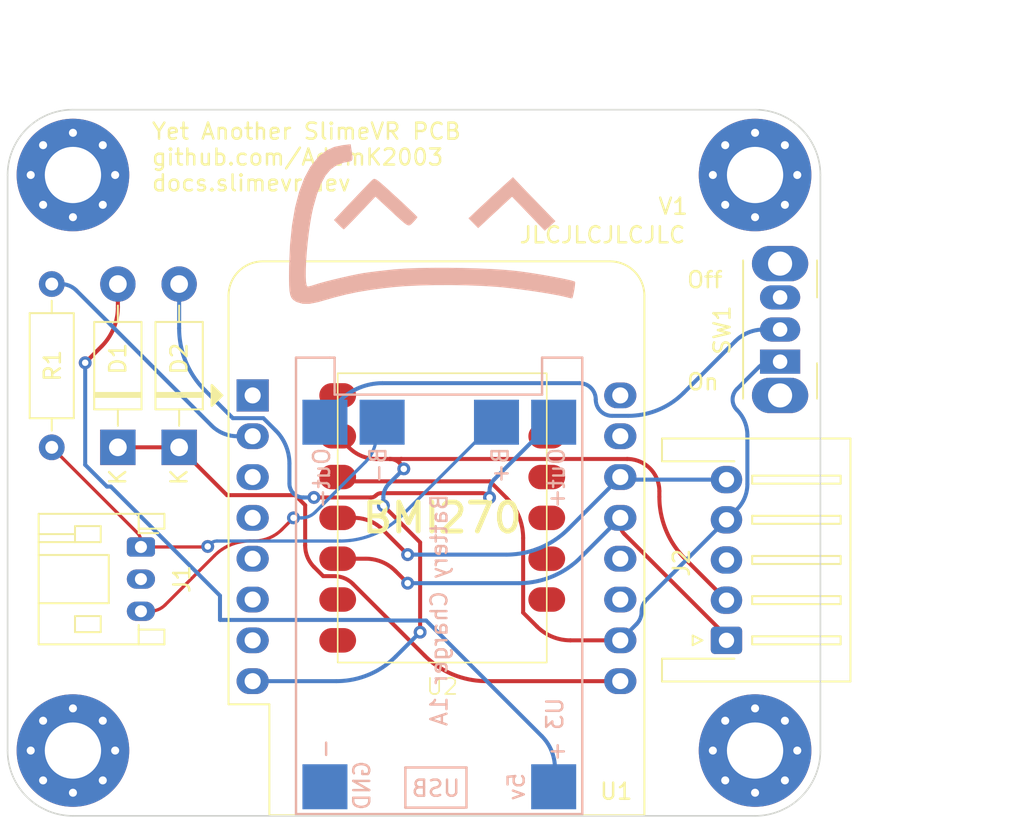
<source format=kicad_pcb>
(kicad_pcb (version 20240108) (generator "pcbnew") (generator_version "8.0")
  (layers (0 "F.Cu" signal) (31 "B.Cu" signal) (34 "B.Paste" user) (35 "F.Paste" user) (36 "B.SilkS" user "B.Silkscreen") (37 "F.SilkS" user "F.Silkscreen") (38 "B.Mask" user) (39 "F.Mask" user) (44 "Edge.Cuts" user))
  (net 0 "")
  (net 1 "/5V")
  (net 2 "Net-(D1-A)")
  (net 3 "Net-(D2-A)")
  (net 4 "/Batt+")
  (net 6 "/Batt-")
  (net 7 "/SDA")
  (net 8 "/3V3")
  (net 10 "/GND")
  (net 11 "/SCL")
  (net 12 "/BattSense")
  (net 13 "Net-(SW1A-B)")
  (footprint "MountingHole:MountingHole_3.5mm_Pad_Via" (layer "F.Cu") (at 105.918 100.838)
    (property "Reference" "REF**" (hide yes))
    (property "Value" "MountingHole_3.5mm_Pad_Via" (hide yes))
    (pad "1" thru_hole circle (at -2.625 0) (size 0.8 0.8) (drill 0.5) (layers "*.Cu" "*.Mask"))
    (pad "1" thru_hole circle (at -1.856155 -1.856155) (size 0.8 0.8) (drill 0.5) (layers "*.Cu" "*.Mask"))
    (pad "1" thru_hole circle (at -1.856155 1.856155) (size 0.8 0.8) (drill 0.5) (layers "*.Cu" "*.Mask"))
    (pad "1" thru_hole circle (at 0 -2.625) (size 0.8 0.8) (drill 0.5) (layers "*.Cu" "*.Mask"))
    (pad "1" thru_hole circle (at 0 0) (size 7 7) (drill 3.5) (layers "*.Cu" "*.Mask"))
    (pad "1" thru_hole circle (at 0 2.625) (size 0.8 0.8) (drill 0.5) (layers "*.Cu" "*.Mask"))
    (pad "1" thru_hole circle (at 1.856155 -1.856155) (size 0.8 0.8) (drill 0.5) (layers "*.Cu" "*.Mask"))
    (pad "1" thru_hole circle (at 1.856155 1.856155) (size 0.8 0.8) (drill 0.5) (layers "*.Cu" "*.Mask"))
    (pad "1" thru_hole circle (at 2.625 0) (size 0.8 0.8) (drill 0.5) (layers "*.Cu" "*.Mask"))
  )
  (footprint "Diode_THT:D_DO-41_SOD81_P10.16mm_Horizontal" (layer "F.Cu") (at 66.294 81.97 90)
    (property "Reference" "D1" (at 5.516 0 -90) (layer "F.SilkS"))
    (property "Value" "1N5817")
    (fp_line (start 7.8 -1.47) (end 2.36 -1.47) (stroke (width 0.12)) (layer "F.SilkS"))
    (fp_line (start 3.38 -1.47) (end 3.38 1.47) (stroke (width 0.12)) (layer "F.SilkS"))
    (fp_line (start 3.26 -1.47) (end 3.26 1.47) (stroke (width 0.12)) (layer "F.SilkS"))
    (fp_line (start 3.14 -1.47) (end 3.14 1.47) (stroke (width 0.12)) (layer "F.SilkS"))
    (fp_line (start 2.36 -1.47) (end 2.36 1.47) (stroke (width 0.12)) (layer "F.SilkS"))
    (fp_line (start 8.82 0) (end 7.8 0) (stroke (width 0.12)) (layer "F.SilkS"))
    (fp_line (start 1.34 0) (end 2.36 0) (stroke (width 0.12)) (layer "F.SilkS"))
    (fp_line (start 7.8 1.47) (end 7.8 -1.47) (stroke (width 0.12)) (layer "F.SilkS"))
    (fp_line (start 2.36 1.47) (end 7.8 1.47) (stroke (width 0.12)) (layer "F.SilkS"))
    (fp_text user "K" (at -1.85 0 -90) (layer "F.SilkS"))
    (pad "1" thru_hole rect (at 0 0 90) (size 2.2 2.2) (drill 1.1) (layers "*.Cu" "*.Mask") (net 1 "/5V"))
    (pad "2" thru_hole oval (at 10.16 0 90) (size 2.2 2.2) (drill 1.1) (layers "*.Cu" "*.Mask") (net 2 "Net-(D1-A)"))
  )
  (footprint "Connector_JST:JST_PH_S3B-PH-K_1x03_P2.00mm_Horizontal" (layer "F.Cu") (at 67.728 88.17 -90)
    (property "Reference" "J1" (at 2 -2.55 90) (layer "F.SilkS"))
    (property "Value" "Batt")
    (fp_line (start -2.06 6.36) (end 6.06 6.36) (stroke (width 0.12)) (layer "F.SilkS"))
    (fp_line (start 0.5 6.36) (end 0.5 2) (stroke (width 0.12)) (layer "F.SilkS"))
    (fp_line (start 6.06 6.36) (end 6.06 -1.46) (stroke (width 0.12)) (layer "F.SilkS"))
    (fp_line (start -1.3 4.1) (end -0.3 4.1) (stroke (width 0.12)) (layer "F.SilkS"))
    (fp_line (start -0.8 4.1) (end -0.8 6.36) (stroke (width 0.12)) (layer "F.SilkS"))
    (fp_line (start -0.3 4.1) (end -0.3 6.36) (stroke (width 0.12)) (layer "F.SilkS"))
    (fp_line (start -0.3 4.1) (end -0.3 2.5) (stroke (width 0.12)) (layer "F.SilkS"))
    (fp_line (start 4.3 4.1) (end 4.3 2.5) (stroke (width 0.12)) (layer "F.SilkS"))
    (fp_line (start 5.3 4.1) (end 4.3 4.1) (stroke (width 0.12)) (layer "F.SilkS"))
    (fp_line (start -1.3 2.5) (end -1.3 4.1) (stroke (width 0.12)) (layer "F.SilkS"))
    (fp_line (start -0.3 2.5) (end -1.3 2.5) (stroke (width 0.12)) (layer "F.SilkS"))
    (fp_line (start 4.3 2.5) (end 5.3 2.5) (stroke (width 0.12)) (layer "F.SilkS"))
    (fp_line (start 5.3 2.5) (end 5.3 4.1) (stroke (width 0.12)) (layer "F.SilkS"))
    (fp_line (start 0.5 2) (end 3.5 2) (stroke (width 0.12)) (layer "F.SilkS"))
    (fp_line (start 3.5 2) (end 3.5 6.36) (stroke (width 0.12)) (layer "F.SilkS"))
    (fp_line (start -2.06 0.14) (end -1.14 0.14) (stroke (width 0.12)) (layer "F.SilkS"))
    (fp_line (start -1.14 0.14) (end -1.14 -1.46) (stroke (width 0.12)) (layer "F.SilkS"))
    (fp_line (start -0.86 0.14) (end -1.14 0.14) (stroke (width 0.12)) (layer "F.SilkS"))
    (fp_line (start -0.86 0.14) (end -0.86 -1.075) (stroke (width 0.12)) (layer "F.SilkS"))
    (fp_line (start 5.14 0.14) (end 4.86 0.14) (stroke (width 0.12)) (layer "F.SilkS"))
    (fp_line (start 6.06 0.14) (end 5.14 0.14) (stroke (width 0.12)) (layer "F.SilkS"))
    (fp_line (start -2.06 -1.46) (end -2.06 6.36) (stroke (width 0.12)) (layer "F.SilkS"))
    (fp_line (start -1.14 -1.46) (end -2.06 -1.46) (stroke (width 0.12)) (layer "F.SilkS"))
    (fp_line (start 5.14 -1.46) (end 5.14 0.14) (stroke (width 0.12)) (layer "F.SilkS"))
    (fp_line (start 6.06 -1.46) (end 5.14 -1.46) (stroke (width 0.12)) (layer "F.SilkS"))
    (pad "1" thru_hole roundrect (at 0 0 270) (size 1.2 1.75) (drill 0.75) (layers "*.Cu" "*.Mask") (roundrect_rratio 0.2083333333) (net 4 "/Batt+"))
    (pad "2" thru_hole oval (at 2 0 270) (size 1.2 1.75) (drill 0.75) (layers "*.Cu" "*.Mask"))
    (pad "3" thru_hole oval (at 4 0 270) (size 1.2 1.75) (drill 0.75) (layers "*.Cu" "*.Mask") (net 6 "/Batt-"))
  )
  (footprint "MountingHole:MountingHole_3.5mm_Pad_Via" (layer "F.Cu") (at 105.918 65.024)
    (property "Reference" "REF**" (hide yes))
    (property "Value" "MountingHole_3.5mm_Pad_Via" (hide yes))
    (pad "1" thru_hole circle (at -2.625 0) (size 0.8 0.8) (drill 0.5) (layers "*.Cu" "*.Mask"))
    (pad "1" thru_hole circle (at -1.856155 -1.856155) (size 0.8 0.8) (drill 0.5) (layers "*.Cu" "*.Mask"))
    (pad "1" thru_hole circle (at -1.856155 1.856155) (size 0.8 0.8) (drill 0.5) (layers "*.Cu" "*.Mask"))
    (pad "1" thru_hole circle (at 0 -2.625) (size 0.8 0.8) (drill 0.5) (layers "*.Cu" "*.Mask"))
    (pad "1" thru_hole circle (at 0 0) (size 7 7) (drill 3.5) (layers "*.Cu" "*.Mask"))
    (pad "1" thru_hole circle (at 0 2.625) (size 0.8 0.8) (drill 0.5) (layers "*.Cu" "*.Mask"))
    (pad "1" thru_hole circle (at 1.856155 -1.856155) (size 0.8 0.8) (drill 0.5) (layers "*.Cu" "*.Mask"))
    (pad "1" thru_hole circle (at 1.856155 1.856155) (size 0.8 0.8) (drill 0.5) (layers "*.Cu" "*.Mask"))
    (pad "1" thru_hole circle (at 2.625 0) (size 0.8 0.8) (drill 0.5) (layers "*.Cu" "*.Mask"))
  )
  (footprint "Custom:BMI270 KOUNOLAB DevBoard" (layer "F.Cu") (at 86.464 86.36)
    (property "Reference" "U2" (at 0 10.5 0) (layer "F.SilkS") (effects (font (thickness 0.1))))
    (property "Value" "~")
    (fp_rect (start -6.5 -9) (end 6.5 9) (stroke (width 0.1)) (fill none) (layer "F.SilkS"))
    (fp_text user "BMI270" (at 0 0 0) (layer "F.SilkS") (effects (font (size 1.8 1.8) (thickness 0.3) (bold yes))))
    (pad "1" smd oval (at -6.5 -7.62) (size 2.286 1.524) (layers "F.Cu" "F.Paste" "F.Mask"))
    (pad "2" smd oval (at -6.5 -5.08) (size 2.286 1.524) (layers "F.Cu" "F.Paste" "F.Mask") (net 8 "/3V3"))
    (pad "3" smd oval (at -6.5 -2.54) (size 2.286 1.524) (layers "F.Cu" "F.Paste" "F.Mask") (net 10 "/GND"))
    (pad "4" smd oval (at -6.5 0) (size 2.286 1.524) (layers "F.Cu" "F.Paste" "F.Mask") (net 11 "/SCL"))
    (pad "5" smd oval (at -6.5 2.54) (size 2.286 1.524) (layers "F.Cu" "F.Paste" "F.Mask") (net 7 "/SDA"))
    (pad "6" smd oval (at -6.5 5.08) (size 2.286 1.524) (layers "F.Cu" "F.Paste" "F.Mask"))
    (pad "7" smd oval (at -6.5 7.62) (size 2.286 1.524) (layers "F.Cu" "F.Paste" "F.Mask"))
    (pad "8" smd oval (at 6.5 -5.08) (size 2.286 1.524) (layers "F.Cu" "F.Paste" "F.Mask"))
    (pad "9" smd oval (at 6.5 -2.54) (size 2.286 1.524) (layers "F.Cu" "F.Paste" "F.Mask"))
    (pad "10" smd oval (at 6.5 0) (size 2.286 1.524) (layers "F.Cu" "F.Paste" "F.Mask"))
    (pad "11" smd oval (at 6.5 2.54) (size 2.286 1.524) (layers "F.Cu" "F.Paste" "F.Mask"))
    (pad "12" smd oval (at 6.5 5.08) (size 2.286 1.524) (layers "F.Cu" "F.Paste" "F.Mask"))
  )
  (footprint "Resistor_THT:R_Axial_DIN0207_L6.3mm_D2.5mm_P10.16mm_Horizontal" (layer "F.Cu") (at 62.1825 71.81 -90)
    (property "Reference" "R1" (at 5.08 -0.0475 90) (layer "F.SilkS"))
    (property "Value" "180K")
    (fp_line (start 1.81 1.37) (end 8.35 1.37) (stroke (width 0.12)) (layer "F.SilkS"))
    (fp_line (start 8.35 1.37) (end 8.35 -1.37) (stroke (width 0.12)) (layer "F.SilkS"))
    (fp_line (start 1.04 0) (end 1.81 0) (stroke (width 0.12)) (layer "F.SilkS"))
    (fp_line (start 9.12 0) (end 8.35 0) (stroke (width 0.12)) (layer "F.SilkS"))
    (fp_line (start 1.81 -1.37) (end 1.81 1.37) (stroke (width 0.12)) (layer "F.SilkS"))
    (fp_line (start 8.35 -1.37) (end 1.81 -1.37) (stroke (width 0.12)) (layer "F.SilkS"))
    (pad "1" thru_hole circle (at 0 0 270) (size 1.6 1.6) (drill 0.8) (layers "*.Cu" "*.Mask") (net 12 "/BattSense"))
    (pad "2" thru_hole oval (at 10.16 0 270) (size 1.6 1.6) (drill 0.8) (layers "*.Cu" "*.Mask") (net 4 "/Batt+"))
  )
  (footprint "MountingHole:MountingHole_3.5mm_Pad_Via" (layer "F.Cu") (at 63.5 100.838)
    (property "Reference" "REF**" (hide yes))
    (property "Value" "MountingHole_3.5mm_Pad_Via" (hide yes))
    (pad "1" thru_hole circle (at -2.625 0) (size 0.8 0.8) (drill 0.5) (layers "*.Cu" "*.Mask"))
    (pad "1" thru_hole circle (at -1.856155 -1.856155) (size 0.8 0.8) (drill 0.5) (layers "*.Cu" "*.Mask"))
    (pad "1" thru_hole circle (at -1.856155 1.856155) (size 0.8 0.8) (drill 0.5) (layers "*.Cu" "*.Mask"))
    (pad "1" thru_hole circle (at 0 -2.625) (size 0.8 0.8) (drill 0.5) (layers "*.Cu" "*.Mask"))
    (pad "1" thru_hole circle (at 0 0) (size 7 7) (drill 3.5) (layers "*.Cu" "*.Mask"))
    (pad "1" thru_hole circle (at 0 2.625) (size 0.8 0.8) (drill 0.5) (layers "*.Cu" "*.Mask"))
    (pad "1" thru_hole circle (at 1.856155 -1.856155) (size 0.8 0.8) (drill 0.5) (layers "*.Cu" "*.Mask"))
    (pad "1" thru_hole circle (at 1.856155 1.856155) (size 0.8 0.8) (drill 0.5) (layers "*.Cu" "*.Mask"))
    (pad "1" thru_hole circle (at 2.625 0) (size 0.8 0.8) (drill 0.5) (layers "*.Cu" "*.Mask"))
  )
  (footprint "Button_Switch_THT:SW_Slide_SPDT_Angled_CK_OS102011MA1Q" (layer "F.Cu") (at 107.474 76.64 90)
    (property "Reference" "SW1" (at 1.964 -3.6 -90) (layer "F.SilkS"))
    (property "Value" "Slide_DPDT_SS22D06")
    (fp_line (start -2.3 -2.3) (end 6.3 -2.3) (stroke (width 0.12)) (layer "F.SilkS"))
    (fp_line (start 4 2.3) (end 6.3 2.3) (stroke (width 0.12)) (layer "F.SilkS"))
    (fp_line (start -2.3 2.3) (end -0.1 2.3) (stroke (width 0.12)) (layer "F.SilkS"))
    (pad "" thru_hole oval (at -2.1 0 90) (size 2.2 3.5) (drill 1.5) (layers "*.Cu" "*.Mask"))
    (pad "" thru_hole oval (at 6.1 0 90) (size 2.2 3.5) (drill 1.5) (layers "*.Cu" "*.Mask"))
    (pad "1" thru_hole rect (at 0 0 90) (size 1.5 2.5) (drill 0.9) (layers "*.Cu" "*.Mask") (net 10 "/GND"))
    (pad "2" thru_hole oval (at 2 0 90) (size 1.5 2.5) (drill 0.9) (layers "*.Cu" "*.Mask") (net 13 "Net-(SW1A-B)"))
    (pad "3" thru_hole oval (at 4 0 90) (size 1.5 2.5) (drill 0.9) (layers "*.Cu" "*.Mask"))
  )
  (footprint "Connector_JST:JST_XH_S5B-XH-A-1_1x05_P2.50mm_Horizontal" (layer "F.Cu") (at 104.14 93.98 90)
    (property "Reference" "J2" (at 4.826 -2.794 90) (layer "F.SilkS"))
    (property "Value" "Aux")
    (fp_line (start 12.56 -4.01) (end 11.14 -4.01) (stroke (width 0.12)) (layer "F.SilkS"))
    (fp_line (start 11.14 -4.01) (end 11.14 0.49) (stroke (width 0.12)) (layer "F.SilkS"))
    (fp_line (start -1.14 -4.01) (end -1.14 0.49) (stroke (width 0.12)) (layer "F.SilkS"))
    (fp_line (start -2.56 -4.01) (end -1.14 -4.01) (stroke (width 0.12)) (layer "F.SilkS"))
    (fp_line (start 0.3 -2.1) (end 0 -1.5) (stroke (width 0.12)) (layer "F.SilkS"))
    (fp_line (start -0.3 -2.1) (end 0.3 -2.1) (stroke (width 0.12)) (layer "F.SilkS"))
    (fp_line (start 0 -1.5) (end -0.3 -2.1) (stroke (width 0.12)) (layer "F.SilkS"))
    (fp_line (start 10.25 1.6) (end 9.75 1.6) (stroke (width 0.12)) (layer "F.SilkS"))
    (fp_line (start 9.75 1.6) (end 9.75 7.1) (stroke (width 0.12)) (layer "F.SilkS"))
    (fp_line (start 7.75 1.6) (end 7.25 1.6) (stroke (width 0.12)) (layer "F.SilkS"))
    (fp_line (start 7.25 1.6) (end 7.25 7.1) (stroke (width 0.12)) (layer "F.SilkS"))
    (fp_line (start 5.25 1.6) (end 4.75 1.6) (stroke (width 0.12)) (layer "F.SilkS"))
    (fp_line (start 4.75 1.6) (end 4.75 7.1) (stroke (width 0.12)) (layer "F.SilkS"))
    (fp_line (start 2.75 1.6) (end 2.25 1.6) (stroke (width 0.12)) (layer "F.SilkS"))
    (fp_line (start 2.25 1.6) (end 2.25 7.1) (stroke (width 0.12)) (layer "F.SilkS"))
    (fp_line (start 0.25 1.6) (end -0.25 1.6) (stroke (width 0.12)) (layer "F.SilkS"))
    (fp_line (start -0.25 1.6) (end -0.25 7.1) (stroke (width 0.12)) (layer "F.SilkS"))
    (fp_line (start 10.25 7.1) (end 10.25 1.6) (stroke (width 0.12)) (layer "F.SilkS"))
    (fp_line (start 9.75 7.1) (end 10.25 7.1) (stroke (width 0.12)) (layer "F.SilkS"))
    (fp_line (start 7.75 7.1) (end 7.75 1.6) (stroke (width 0.12)) (layer "F.SilkS"))
    (fp_line (start 7.25 7.1) (end 7.75 7.1) (stroke (width 0.12)) (layer "F.SilkS"))
    (fp_line (start 5.25 7.1) (end 5.25 1.6) (stroke (width 0.12)) (layer "F.SilkS"))
    (fp_line (start 4.75 7.1) (end 5.25 7.1) (stroke (width 0.12)) (layer "F.SilkS"))
    (fp_line (start 2.75 7.1) (end 2.75 1.6) (stroke (width 0.12)) (layer "F.SilkS"))
    (fp_line (start 2.25 7.1) (end 2.75 7.1) (stroke (width 0.12)) (layer "F.SilkS"))
    (fp_line (start 0.25 7.1) (end 0.25 1.6) (stroke (width 0.12)) (layer "F.SilkS"))
    (fp_line (start -0.25 7.1) (end 0.25 7.1) (stroke (width 0.12)) (layer "F.SilkS"))
    (fp_line (start 12.56 7.71) (end 12.56 -4.01) (stroke (width 0.12)) (layer "F.SilkS"))
    (fp_line (start 5 7.71) (end 12.56 7.71) (stroke (width 0.12)) (layer "F.SilkS"))
    (fp_line (start 5 7.71) (end -2.56 7.71) (stroke (width 0.12)) (layer "F.SilkS"))
    (fp_line (start -2.56 7.71) (end -2.56 -4.01) (stroke (width 0.12)) (layer "F.SilkS"))
    (pad "1" thru_hole roundrect (at 0 0 90) (size 1.7 1.95) (drill 0.95) (layers "*.Cu" "*.Mask") (roundrect_rratio 0.1470588235) (net 7 "/SDA"))
    (pad "2" thru_hole oval (at 2.5 0 90) (size 1.7 1.95) (drill 0.95) (layers "*.Cu" "*.Mask") (net 8 "/3V3"))
    (pad "3" thru_hole oval (at 5 0 90) (size 1.7 1.95) (drill 0.95) (layers "*.Cu" "*.Mask"))
    (pad "4" thru_hole oval (at 7.5 0 90) (size 1.7 1.95) (drill 0.95) (layers "*.Cu" "*.Mask") (net 10 "/GND"))
    (pad "5" thru_hole oval (at 10 0 90) (size 1.7 1.95) (drill 0.95) (layers "*.Cu" "*.Mask") (net 11 "/SCL"))
  )
  (footprint "Diode_THT:D_DO-41_SOD81_P10.16mm_Horizontal" (layer "F.Cu") (at 70.104 81.97 90)
    (property "Reference" "D2" (at 5.516 0 -90) (layer "F.SilkS"))
    (property "Value" "1N5817")
    (fp_line (start 7.8 -1.47) (end 2.36 -1.47) (stroke (width 0.12)) (layer "F.SilkS"))
    (fp_line (start 3.38 -1.47) (end 3.38 1.47) (stroke (width 0.12)) (layer "F.SilkS"))
    (fp_line (start 3.26 -1.47) (end 3.26 1.47) (stroke (width 0.12)) (layer "F.SilkS"))
    (fp_line (start 3.14 -1.47) (end 3.14 1.47) (stroke (width 0.12)) (layer "F.SilkS"))
    (fp_line (start 2.36 -1.47) (end 2.36 1.47) (stroke (width 0.12)) (layer "F.SilkS"))
    (fp_line (start 8.82 0) (end 7.8 0) (stroke (width 0.12)) (layer "F.SilkS"))
    (fp_line (start 1.34 0) (end 2.36 0) (stroke (width 0.12)) (layer "F.SilkS"))
    (fp_line (start 7.8 1.47) (end 7.8 -1.47) (stroke (width 0.12)) (layer "F.SilkS"))
    (fp_line (start 2.36 1.47) (end 7.8 1.47) (stroke (width 0.12)) (layer "F.SilkS"))
    (fp_text user "K" (at -1.85 0 -90) (layer "F.SilkS"))
    (pad "1" thru_hole rect (at 0 0 90) (size 2.2 2.2) (drill 1.1) (layers "*.Cu" "*.Mask") (net 1 "/5V"))
    (pad "2" thru_hole oval (at 10.16 0 90) (size 2.2 2.2) (drill 1.1) (layers "*.Cu" "*.Mask") (net 3 "Net-(D2-A)"))
  )
  (footprint "MountingHole:MountingHole_3.5mm_Pad_Via" (layer "F.Cu") (at 63.5 65.024)
    (property "Reference" "REF**" (hide yes))
    (property "Value" "MountingHole_3.5mm_Pad_Via" (hide yes))
    (pad "1" thru_hole circle (at -2.625 0) (size 0.8 0.8) (drill 0.5) (layers "*.Cu" "*.Mask"))
    (pad "1" thru_hole circle (at -1.856155 -1.856155) (size 0.8 0.8) (drill 0.5) (layers "*.Cu" "*.Mask"))
    (pad "1" thru_hole circle (at -1.856155 1.856155) (size 0.8 0.8) (drill 0.5) (layers "*.Cu" "*.Mask"))
    (pad "1" thru_hole circle (at 0 -2.625) (size 0.8 0.8) (drill 0.5) (layers "*.Cu" "*.Mask"))
    (pad "1" thru_hole circle (at 0 0) (size 7 7) (drill 3.5) (layers "*.Cu" "*.Mask"))
    (pad "1" thru_hole circle (at 0 2.625) (size 0.8 0.8) (drill 0.5) (layers "*.Cu" "*.Mask"))
    (pad "1" thru_hole circle (at 1.856155 -1.856155) (size 0.8 0.8) (drill 0.5) (layers "*.Cu" "*.Mask"))
    (pad "1" thru_hole circle (at 1.856155 1.856155) (size 0.8 0.8) (drill 0.5) (layers "*.Cu" "*.Mask"))
    (pad "1" thru_hole circle (at 2.625 0) (size 0.8 0.8) (drill 0.5) (layers "*.Cu" "*.Mask"))
  )
  (footprint "Module:WEMOS_D1_mini_light" (layer "F.Cu") (at 74.676 78.74)
    (property "Reference" "U1" (at 22.606 24.638 0) (layer "F.SilkS"))
    (property "Value" "WeMos_D1_mini")
    (fp_line (start -1.5 19.22) (end -1.5 -6.21) (stroke (width 0.12)) (layer "F.SilkS"))
    (fp_line (start -1.5 19.22) (end 1.04 19.22) (stroke (width 0.12)) (layer "F.SilkS"))
    (fp_line (start 1.04 19.22) (end 1.04 26.12) (stroke (width 0.12)) (layer "F.SilkS"))
    (fp_line (start 1.04 26.12) (end 24.36 26.12) (stroke (width 0.12)) (layer "F.SilkS"))
    (fp_line (start 22.24 -8.34) (end 0.63 -8.34) (stroke (width 0.12)) (layer "F.SilkS"))
    (fp_line (start 24.36 26.12) (end 24.36 -6.21) (stroke (width 0.12)) (layer "F.SilkS"))
    (fp_arc (start -1.5 -6.21) (mid -0.876137 -7.716137) (end 0.63 -8.34) (stroke (width 0.12)) (layer "F.SilkS"))
    (fp_arc (start 22.23 -8.34) (mid 23.736137 -7.716137) (end 24.36 -6.21) (stroke (width 0.12)) (layer "F.SilkS"))
    (fp_poly (pts (xy -2.54 -0.635) (xy -2.54 0.635) (xy -1.905 0)) (stroke (width 0.15)) (fill solid) (layer "F.SilkS"))
    (pad "1" thru_hole rect (at 0 0) (size 2 2) (drill 1) (layers "*.Cu" "*.Mask"))
    (pad "2" thru_hole oval (at 0 2.54) (size 2 1.6) (drill 1) (layers "*.Cu" "*.Mask") (net 12 "/BattSense"))
    (pad "3" thru_hole oval (at 0 5.08) (size 2 1.6) (drill 1) (layers "*.Cu" "*.Mask"))
    (pad "4" thru_hole oval (at 0 7.62) (size 2 1.6) (drill 1) (layers "*.Cu" "*.Mask"))
    (pad "5" thru_hole oval (at 0 10.16) (size 2 1.6) (drill 1) (layers "*.Cu" "*.Mask"))
    (pad "6" thru_hole oval (at 0 12.7) (size 2 1.6) (drill 1) (layers "*.Cu" "*.Mask"))
    (pad "7" thru_hole oval (at 0 15.24) (size 2 1.6) (drill 1) (layers "*.Cu" "*.Mask"))
    (pad "8" thru_hole oval (at 0 17.78) (size 2 1.6) (drill 1) (layers "*.Cu" "*.Mask") (net 8 "/3V3"))
    (pad "9" thru_hole oval (at 22.86 17.78) (size 2 1.6) (drill 1) (layers "*.Cu" "*.Mask") (net 1 "/5V"))
    (pad "10" thru_hole oval (at 22.86 15.24) (size 2 1.6) (drill 1) (layers "*.Cu" "*.Mask") (net 10 "/GND"))
    (pad "11" thru_hole oval (at 22.86 12.7) (size 2 1.6) (drill 1) (layers "*.Cu" "*.Mask"))
    (pad "12" thru_hole oval (at 22.86 10.16) (size 2 1.6) (drill 1) (layers "*.Cu" "*.Mask"))
    (pad "13" thru_hole oval (at 22.86 7.62) (size 2 1.6) (drill 1) (layers "*.Cu" "*.Mask") (net 7 "/SDA"))
    (pad "14" thru_hole oval (at 22.86 5.08) (size 2 1.6) (drill 1) (layers "*.Cu" "*.Mask") (net 11 "/SCL"))
    (pad "15" thru_hole oval (at 22.86 2.54) (size 2 1.6) (drill 1) (layers "*.Cu" "*.Mask"))
    (pad "16" thru_hole oval (at 22.86 0) (size 2 1.6) (drill 1) (layers "*.Cu" "*.Mask"))
  )
  (footprint "Custom:TP4056_Generic_PCB" (layer "B.Cu") (at 95.1725 104.7905 90)
    (property "Reference" "U3" (at 6.2385 -1.7005 -90) (layer "B.SilkS") (effects (justify mirror)))
    (property "Value" "~")
    (fp_line (start 28.4 -17.8) (end 28.4 -15.7) (stroke (width 0.15)) (layer "B.SilkS"))
    (fp_line (start 0 -17.8) (end 28.4 -17.8) (stroke (width 0.15)) (layer "B.SilkS"))
    (fp_line (start 28.4 -15.7) (end 28.4 -15.4) (stroke (width 0.15)) (layer "B.SilkS"))
    (fp_line (start 28.4 -15.4) (end 26.3 -15.4) (stroke (width 0.15)) (layer "B.SilkS"))
    (fp_line (start 26.4 -15.4) (end 26.1 -15.4) (stroke (width 0.15)) (layer "B.SilkS"))
    (fp_line (start 26.1 -15.4) (end 26.1 -2.5) (stroke (width 0.15)) (layer "B.SilkS"))
    (fp_line (start 2.9 -11) (end 2.9 -7.2) (stroke (width 0.15)) (layer "B.SilkS"))
    (fp_line (start 0.4 -11) (end 2.9 -11) (stroke (width 0.15)) (layer "B.SilkS"))
    (fp_line (start 0.4 -7.3) (end 0.4 -11) (stroke (width 0.15)) (layer "B.SilkS"))
    (fp_line (start 2.9 -7.2) (end 0.4 -7.2) (stroke (width 0.15)) (layer "B.SilkS"))
    (fp_line (start 28.4 -2.5) (end 28.4 0) (stroke (width 0.15)) (layer "B.SilkS"))
    (fp_line (start 26.1 -2.5) (end 28.4 -2.5) (stroke (width 0.15)) (layer "B.SilkS"))
    (fp_line (start 28.4 0) (end 26.3 0) (stroke (width 0.15)) (layer "B.SilkS"))
    (fp_line (start 26.3 0) (end 0 0) (stroke (width 0.15)) (layer "B.SilkS"))
    (fp_line (start 0 0) (end 0 -17.8) (stroke (width 0.15)) (layer "B.SilkS"))
    (fp_text user "Battery Charger 1A" (at 12.7 -8.9 90) (layer "B.SilkS") (effects (justify mirror)))
    (fp_text user "B+" (at 21.7 -5.1 90) (layer "B.SilkS") (effects (justify mirror)))
    (fp_text user "Out+" (at 20.9 -1.6 90) (layer "B.SilkS") (effects (justify mirror)))
    (fp_text user "Out-" (at 20.9 -16.2 90) (layer "B.SilkS") (effects (justify mirror)))
    (fp_text user "USB" (at 1.6 -9.1 180) (layer "B.SilkS") (effects (justify mirror)))
    (fp_text user "B-" (at 21.7 -12.7 90) (layer "B.SilkS") (effects (justify mirror)))
    (fp_text user "+" (at 3.9 -1.6 90) (layer "B.SilkS") (effects (justify mirror)))
    (fp_text user "GND" (at 1.778 -13.7 90) (layer "B.SilkS") (effects (justify mirror)))
    (fp_text user "5v" (at 1.7 -4.1 90) (layer "B.SilkS") (effects (justify mirror)))
    (fp_text user "-" (at 4.064 -16.002 90) (layer "B.SilkS") (effects (justify mirror)))
    (pad "1" smd rect (at 1.7 -16.002 90) (size 2.8 2.8) (layers "B.Cu" "B.Paste" "B.Mask"))
    (pad "2" smd rect (at 1.7 -1.778 90) (size 2.8 2.8) (layers "B.Cu" "B.Paste" "B.Mask") (net 2 "Net-(D1-A)"))
    (pad "3" smd rect (at 24.384 -16.002 90) (size 2.8 2.8) (layers "B.Cu" "B.Paste" "B.Mask") (net 13 "Net-(SW1A-B)"))
    (pad "4" smd rect (at 24.384 -12.446 90) (size 2.8 2.8) (layers "B.Cu" "B.Paste" "B.Mask") (net 6 "/Batt-"))
    (pad "5" smd rect (at 24.384 -5.334 90) (size 2.8 2.8) (layers "B.Cu" "B.Paste" "B.Mask") (net 4 "/Batt+"))
    (pad "6" smd rect (at 24.384 -1.778 90) (size 2.8 2.8) (layers "B.Cu" "B.Paste" "B.Mask") (net 3 "Net-(D2-A)"))
  )
  (footprint "Custom:SlimeVR_Logo" (layer "B.Cu") (at 85.852 68.072 180)
    (property "Reference" "G***" (hide yes))
    (property "Value" "LOGO" (hide yes))
    (fp_poly (pts (xy -4.388727 2.350814) (xy -4.060372 2.051231) (xy -3.666408 1.687748) (xy -3.263905 1.313182) (xy -3.005667 1.070821) (xy -2.243667 0.352372) (xy -2.54521 0.045388) (xy -2.846753 -0.261597) (xy -3.899876 0.716739) (xy -4.953 1.695075) (xy -5.969 0.636998) (xy -6.985 -0.421079) (xy -7.319453 -0.123413) (xy -7.653905 0.174254) (xy -6.934075 0.912627) (xy -6.573807 1.283391) (xy -6.18101 1.689581) (xy -5.812587 2.072272) (xy -5.612017 2.281679) (xy -5.009788 2.912358)) (fill solid) (layer "B.SilkS"))
    (fp_poly (pts (xy 3.685329 2.784257) (xy 3.739298 2.739722) (xy 3.851558 2.629648) (xy 4.058071 2.418758) (xy 4.337087 2.129592) (xy 4.666854 1.78469) (xy 5.018095 1.414553) (xy 6.122213 0.246773) (xy 5.838498 -0.045947) (xy 5.663858 -0.216782) (xy 5.539051 -0.321781) (xy 5.507891 -0.33776) (xy 5.437032 -0.278991) (xy 5.270798 -0.116952) (xy 5.02943 0.127908) (xy 4.733171 0.435136) (xy 4.500424 0.680107) (xy 3.539849 1.697068) (xy 2.694544 0.912034) (xy 2.280498 0.527254) (xy 1.971864 0.24508) (xy 1.748425 0.054575) (xy 1.589967 -0.055196) (xy 1.476275 -0.095172) (xy 1.387133 -0.076287) (xy 1.302327 -0.009479) (xy 1.201642 0.094316) (xy 1.195233 0.10089) (xy 1.035614 0.27547) (xy 0.94178 0.399982) (xy 0.931333 0.426021) (xy 0.99096 0.497119) (xy 1.157635 0.664492) (xy 1.413049 0.910574) (xy 1.738894 1.2178) (xy 2.11686 1.568605) (xy 2.247976 1.68917) (xy 2.685094 2.08942) (xy 3.015346 2.387545) (xy 3.256497 2.596058) (xy 3.426307 2.727474) (xy 3.542541 2.794303) (xy 3.62296 2.80906)) (fill solid) (layer "B.SilkS"))
    (fp_poly (pts (xy 5.57416 4.905989) (xy 6.115605 4.794125) (xy 6.577743 4.5816) (xy 7.014878 4.24106) (xy 7.143933 4.115255) (xy 7.583615 3.561937) (xy 7.964256 2.856929) (xy 8.28385 2.007977) (xy 8.54039 1.022831) (xy 8.731871 -0.090764) (xy 8.856288 -1.325058) (xy 8.911633 -2.672303) (xy 8.912215 -2.715129) (xy 8.917 -3.336635) (xy 8.909817 -3.812304) (xy 8.885321 -4.165505) (xy 8.838165 -4.419605) (xy 8.763002 -4.597972) (xy 8.654487 -4.723974) (xy 8.507272 -4.820978) (xy 8.420447 -4.864502) (xy 8.066231 -4.968679) (xy 7.640761 -4.969774) (xy 7.117163 -4.866931) (xy 6.942667 -4.817404) (xy 6.10859 -4.57794) (xy 5.351194 -4.386314) (xy 4.61728 -4.232089) (xy 3.853644 -4.104828) (xy 3.007088 -3.994091) (xy 2.413 -3.928714) (xy 1.662349 -3.868297) (xy 0.786015 -3.827238) (xy -0.173466 -3.805501) (xy -1.173557 -3.803053) (xy -2.171722 -3.81986) (xy -3.125425 -3.855888) (xy -3.992129 -3.911103) (xy -4.257338 -3.934045) (xy -4.847924 -3.995971) (xy -5.48924 -4.074786) (xy -6.147117 -4.165223) (xy -6.787385 -4.262016) (xy -7.375877 -4.359899) (xy -7.878422 -4.453606) (xy -8.260853 -4.537872) (xy -8.376393 -4.568876) (xy -8.575278 -4.617693) (xy -8.689243 -4.628189) (xy -8.695804 -4.625085) (xy -8.738548 -4.518176) (xy -8.788197 -4.308121) (xy -8.834891 -4.052912) (xy -8.86877 -3.810542) (xy -8.879974 -3.639002) (xy -8.871172 -3.593616) (xy -8.757941 -3.548114) (xy -8.505231 -3.483289) (xy -8.141121 -3.404271) (xy -7.693688 -3.316189) (xy -7.191014 -3.224172) (xy -6.661177 -3.13335) (xy -6.132255 -3.048853) (xy -5.632328 -2.975809) (xy -5.189475 -2.919349) (xy -5.164667 -2.916525) (xy -4.472216 -2.852438) (xy -3.661675 -2.800785) (xy -2.768371 -2.761975) (xy -1.82763 -2.736422) (xy -0.874779 -2.724535) (xy 0.054853 -2.726726) (xy 0.925941 -2.743406) (xy 1.703156 -2.774987) (xy 2.351173 -2.82188) (xy 2.415947 -2.828286) (xy 2.928059 -2.882989) (xy 3.428734 -2.940601) (xy 3.872265 -2.99558) (xy 4.212944 -3.042386) (xy 4.318 -3.058882) (xy 4.702425 -3.130828) (xy 5.172595 -3.23) (xy 5.685392 -3.346109) (xy 6.197695 -3.468869) (xy 6.666385 -3.587993) (xy 7.048344 -3.693193) (xy 7.270811 -3.763345) (xy 7.518757 -3.842777) (xy 7.710631 -3.88947) (xy 7.757645 -3.894667) (xy 7.81982 -3.81488) (xy 7.858198 -3.591186) (xy 7.874461 -3.247084) (xy 7.87029 -2.80607) (xy 7.847368 -2.291643) (xy 7.807376 -1.727302) (xy 7.751996 -1.136543) (xy 7.682911 -0.542867) (xy 7.601802 0.03023) (xy 7.510351 0.55925) (xy 7.410241 1.020693) (xy 7.404025 1.0456) (xy 7.172459 1.855166) (xy 6.920464 2.508542) (xy 6.638584 3.018514) (xy 6.317362 3.397872) (xy 5.947341 3.659401) (xy 5.519065 3.815889) (xy 5.328562 3.85205) (xy 5.139875 3.882016) (xy 5.024879 3.926598) (xy 4.972249 4.019513) (xy 4.970661 4.194479) (xy 5.008791 4.485214) (xy 5.04226 4.704521) (xy 5.081803 4.964042)) (fill solid) (layer "B.SilkS"))
  )
  (gr_arc (start 109.982 100.838) (mid 108.791682 103.711682) (end 105.918 104.902) (stroke (width 0.1)) (layer "Edge.Cuts"))
  (gr_arc (start 59.436 65.024) (mid 60.626318 62.150318) (end 63.5 60.96) (stroke (width 0.1)) (layer "Edge.Cuts"))
  (gr_arc (start 63.5 104.902) (mid 60.626318 103.711682) (end 59.436 100.838) (stroke (width 0.1)) (layer "Edge.Cuts"))
  (gr_arc (start 105.918 60.96) (mid 108.791682 62.150318) (end 109.982 65.024) (stroke (width 0.1)) (layer "Edge.Cuts"))
  (gr_line (start 109.982 65.024) (end 109.982 100.838) (stroke (width 0.1)) (layer "Edge.Cuts"))
  (gr_line (start 105.918 104.902) (end 63.5 104.902) (stroke (width 0.1)) (layer "Edge.Cuts"))
  (gr_line (start 63.5 60.96) (end 105.918 60.96) (stroke (width 0.1)) (layer "Edge.Cuts"))
  (gr_line (start 59.436 100.838) (end 59.436 65.024) (stroke (width 0.1)) (layer "Edge.Cuts"))
  (gr_text "Off" (at 101.6 72.136 0) (layer "F.SilkS") (effects (font (size 1 1)) (justify left bottom)))
  (gr_text "On" (at 101.6 78.486 0) (layer "F.SilkS") (effects (font (size 1 1)) (justify left bottom)))
  (gr_text "JLCJLCJLCJLC" (at 91.186 69.342 0) (layer "F.SilkS") (effects (font (size 1 1)) (justify left bottom)))
  (gr_text "Yet Another SlimeVR PCB\ngithub.com/AdamK2003\ndocs.slimevr.dev" (at 68.326 61.722 0) (layer "F.SilkS") (effects (font (size 1 1)) (justify left top)))
  (gr_text "V1" (at 99.822 67.564 0) (layer "F.SilkS") (effects (font (size 1 1)) (justify left bottom)))
  (segment (start 79.065 89.987) (end 78.503 89.425) (width 0.25) (layer "F.Cu") (net 1))
  (segment (start 73.079 84.945) (end 70.104 81.97) (width 0.25) (layer "F.Cu") (net 1))
  (segment (start 77.315695 84.945) (end 73.079 84.945) (width 0.25) (layer "F.Cu") (net 1))
  (segment (start 77.941 85.570305) (end 77.315695 84.945) (width 0.25) (layer "F.Cu") (net 1))
  (segment (start 77.941 88.068211) (end 77.941 85.570305) (width 0.25) (layer "F.Cu") (net 1))
  (segment (start 97.536 96.52) (end 89.216213 96.52) (width 0.25) (layer "F.Cu") (net 1))
  (segment (start 85.368457 94.926207) (end 80.911585 90.469335) (width 0.25) (layer "F.Cu") (net 1))
  (segment (start 70.104 81.97) (end 66.294 81.97) (width 0.25) (layer "F.Cu") (net 1))
  (segment (start 79.747125 89.987) (end 79.065 89.987) (width 0.25) (layer "F.Cu") (net 1))
  (arc (start 80.911585 90.469335) (mid 80.377326 90.112354) (end 79.747125 89.987) (width 0.25) (layer "F.Cu") (net 1))
  (arc (start 78.503 89.425) (mid 78.087059 88.8025) (end 77.941 88.068211) (width 0.25) (layer "F.Cu") (net 1))
  (arc (start 89.216213 96.52) (mid 87.133822 96.105786) (end 85.368457 94.926207) (width 0.25) (layer "F.Cu") (net 1))
  (segment (start 66.294 73.243) (end 66.294 71.81) (width 0.25) (layer "F.Cu") (net 2))
  (segment (start 64.262 76.708) (end 65.280715 75.689284) (width 0.25) (layer "F.Cu") (net 2))
  (via (at 64.262 76.708) (size 0.8) (drill 0.4) (layers "F.Cu" "B.Cu") (net 2))
  (arc (start 66.294 73.243) (mid 66.030655 74.566919) (end 65.280715 75.689284) (width 0.25) (layer "F.Cu") (net 2))
  (segment (start 85.461016 92.747) (end 83.207052 92.747) (width 0.25) (layer "B.Cu") (net 2))
  (segment (start 65.614782 84.410782) (end 64.262 83.058) (width 0.25) (layer "B.Cu") (net 2))
  (segment (start 83.170052 92.71) (end 72.644 92.71) (width 0.25) (layer "B.Cu") (net 2))
  (segment (start 64.262 83.058) (end 64.262 76.708) (width 0.25) (layer "B.Cu") (net 2))
  (segment (start 92.648007 99.933991) (end 85.461016 92.747) (width 0.25) (layer "B.Cu") (net 2))
  (segment (start 72.644 91.19899) (end 65.855792 84.410782) (width 0.25) (layer "B.Cu") (net 2))
  (segment (start 93.4725 103.0905) (end 93.4725 101.924492) (width 0.25) (layer "B.Cu") (net 2))
  (segment (start 65.855792 84.410782) (end 65.614782 84.410782) (width 0.25) (layer "B.Cu") (net 2))
  (segment (start 83.207052 92.747) (end 83.170052 92.71) (width 0.25) (layer "B.Cu") (net 2))
  (segment (start 72.644 92.71) (end 72.644 91.19899) (width 0.25) (layer "B.Cu") (net 2))
  (arc (start 93.4725 101.924492) (mid 93.258221 100.84724) (end 92.648007 99.933991) (width 0.25) (layer "B.Cu") (net 2))
  (segment (start 89.408 85.09) (end 89.2745 84.9565) (width 0.25) (layer "F.Cu") (net 3))
  (segment (start 88.952202 84.823) (end 82.671781 84.823) (width 0.25) (layer "F.Cu") (net 3))
  (segment (start 82.027186 85.09) (end 78.486 85.09) (width 0.25) (layer "F.Cu") (net 3))
  (via (at 89.408 85.09) (size 0.8) (drill 0.4) (layers "F.Cu" "B.Cu") (net 3))
  (via (at 78.486 85.09) (size 0.8) (drill 0.4) (layers "F.Cu" "B.Cu") (net 3))
  (arc (start 89.2745 84.9565) (mid 89.126628 84.857695) (end 88.952202 84.823) (width 0.25) (layer "F.Cu") (net 3))
  (arc (start 82.349484 84.9565) (mid 82.201612 85.055304) (end 82.027186 85.09) (width 0.25) (layer "F.Cu") (net 3))
  (arc (start 82.671781 84.823) (mid 82.497355 84.857695) (end 82.349484 84.9565) (width 0.25) (layer "F.Cu") (net 3))
  (segment (start 70.104 74.564036) (end 70.104 71.81) (width 0.25) (layer "B.Cu") (net 3))
  (segment (start 89.703217 83.959782) (end 93.4725 80.1905) (width 0.25) (layer "B.Cu") (net 3))
  (segment (start 76.106995 80.920005) (end 75.34199 80.155) (width 0.25) (layer "B.Cu") (net 3))
  (segment (start 75.34199 80.155) (end 73.441 80.155) (width 0.25) (layer "B.Cu") (net 3))
  (segment (start 76.962 84.222789) (end 76.962 82.984169) (width 0.25) (layer "B.Cu") (net 3))
  (segment (start 78.486 85.09) (end 77.82921 85.09) (width 0.25) (layer "B.Cu") (net 3))
  (segment (start 73.441 80.155) (end 71.697792 78.411792) (width 0.25) (layer "B.Cu") (net 3))
  (segment (start 89.408 85.09) (end 89.408 84.6725) (width 0.25) (layer "B.Cu") (net 3))
  (arc (start 77.82921 85.09) (mid 77.497343 85.023987) (end 77.216 84.836) (width 0.25) (layer "B.Cu") (net 3))
  (arc (start 89.703217 83.959782) (mid 89.484724 84.28678) (end 89.408 84.6725) (width 0.25) (layer "B.Cu") (net 3))
  (arc (start 76.962 82.984169) (mid 76.739791 81.867051) (end 76.106995 80.920005) (width 0.25) (layer "B.Cu") (net 3))
  (arc (start 71.697792 78.411792) (mid 70.518213 76.646426) (end 70.104 74.564036) (width 0.25) (layer "B.Cu") (net 3))
  (arc (start 77.216 84.836) (mid 77.028012 84.554656) (end 76.962 84.222789) (width 0.25) (layer "B.Cu") (net 3))
  (segment (start 67.496599 87.284099) (end 62.1825 81.97) (width 0.2) (layer "F.Cu") (net 4))
  (segment (start 71.882 88.138) (end 71.866 88.154) (width 0.2) (layer "F.Cu") (net 4))
  (segment (start 68.05525 88.17) (end 71.827372 88.17) (width 0.2) (layer "F.Cu") (net 4))
  (via (at 71.882 88.138) (size 0.8) (drill 0.4) (layers "F.Cu" "B.Cu") (net 4))
  (arc (start 67.728 87.84275) (mid 67.823849 88.07415) (end 68.05525 88.17) (width 0.2) (layer "F.Cu") (net 4))
  (arc (start 71.866 88.154) (mid 71.848277 88.165841) (end 71.827372 88.17) (width 0.2) (layer "F.Cu") (net 4))
  (arc (start 67.496599 87.284099) (mid 67.66786 87.54041) (end 67.728 87.84275) (width 0.2) (layer "F.Cu") (net 4))
  (segment (start 72.459002 87.8) (end 80.109036 87.8) (width 0.2) (layer "B.Cu") (net 4))
  (segment (start 71.882 88.138) (end 72.051 87.969) (width 0.2) (layer "B.Cu") (net 4))
  (segment (start 83.956792 86.206207) (end 89.9725 80.1905) (width 0.2) (layer "B.Cu") (net 4))
  (arc (start 72.459002 87.8) (mid 72.238192 87.843921) (end 72.051 87.969) (width 0.2) (layer "B.Cu") (net 4))
  (arc (start 83.956792 86.206207) (mid 82.191426 87.385786) (end 80.109036 87.8) (width 0.2) (layer "B.Cu") (net 4))
  (segment (start 68.283975 92.17) (end 67.728 92.17) (width 0.2) (layer "F.Cu") (net 6))
  (segment (start 69.233083 91.776866) (end 72.302714 88.707235) (width 0.2) (layer "F.Cu") (net 6))
  (segment (start 76.496 87.08) (end 77.216 86.36) (width 0.2) (layer "F.Cu") (net 6))
  (segment (start 74.757766 87.8) (end 74.492975 87.8) (width 0.2) (layer "F.Cu") (net 6))
  (via (at 77.216 86.36) (size 0.8) (drill 0.4) (layers "F.Cu" "B.Cu") (net 6))
  (arc (start 69.233083 91.776866) (mid 68.797628 92.067827) (end 68.283975 92.17) (width 0.2) (layer "F.Cu") (net 6))
  (arc (start 74.492975 87.8) (mid 73.307614 88.035782) (end 72.302714 88.707235) (width 0.2) (layer "F.Cu") (net 6))
  (arc (start 76.496 87.08) (mid 75.698491 87.612878) (end 74.757766 87.8) (width 0.2) (layer "F.Cu") (net 6))
  (segment (start 78.561432 86.008567) (end 81.662918 82.907081) (width 0.2) (layer "B.Cu") (net 6))
  (segment (start 77.713 86.36) (end 77.216 86.36) (width 0.2) (layer "B.Cu") (net 6))
  (segment (start 82.3725 81.194) (end 82.3725 80.1905) (width 0.2) (layer "B.Cu") (net 6))
  (arc (start 78.561432 86.008567) (mid 78.172168 86.268665) (end 77.713 86.36) (width 0.2) (layer "B.Cu") (net 6))
  (arc (start 82.3725 81.194) (mid 82.188085 82.121112) (end 81.662918 82.907081) (width 0.2) (layer "B.Cu") (net 6))
  (segment (start 104.14 93.846505) (end 104.14 93.98) (width 0.25) (layer "F.Cu") (net 7))
  (segment (start 81.713369 88.9) (end 79.964 88.9) (width 0.25) (layer "F.Cu") (net 7))
  (segment (start 84.315 90.424) (end 83.553 89.662) (width 0.25) (layer "F.Cu") (net 7))
  (segment (start 104.045604 93.618614) (end 97.800815 87.373825) (width 0.25) (layer "F.Cu") (net 7))
  (segment (start 97.536 86.734505) (end 97.536 86.36) (width 0.25) (layer "F.Cu") (net 7))
  (via (at 84.315 90.424) (size 0.8) (drill 0.4) (layers "F.Cu" "B.Cu") (net 7))
  (arc (start 104.045604 93.618614) (mid 104.115467 93.723171) (end 104.14 93.846505) (width 0.25) (layer "F.Cu") (net 7))
  (arc (start 83.553 89.662) (mid 82.70897 89.098037) (end 81.713369 88.9) (width 0.25) (layer "F.Cu") (net 7))
  (arc (start 97.536 86.734505) (mid 97.604823 87.080502) (end 97.800815 87.373825) (width 0.25) (layer "F.Cu") (net 7))
  (segment (start 84.315 90.424) (end 91.218036 90.424) (width 0.25) (layer "B.Cu") (net 7))
  (segment (start 95.065792 88.830207) (end 97.536 86.36) (width 0.25) (layer "B.Cu") (net 7))
  (arc (start 95.065792 88.830207) (mid 93.300426 90.009786) (end 91.218036 90.424) (width 0.25) (layer "B.Cu") (net 7))
  (segment (start 83.206789 82.695) (end 83.92521 82.695) (width 0.25) (layer "F.Cu") (net 8))
  (segment (start 84.074 83.312) (end 84.074 83.2575) (width 0.25) (layer "F.Cu") (net 8))
  (segment (start 82.379556 82.695) (end 83.206789 82.695) (width 0.25) (layer "F.Cu") (net 8))
  (segment (start 84.035462 83.164462) (end 83.82 82.949) (width 0.25) (layer "F.Cu") (net 8))
  (segment (start 80.6715 81.9875) (end 79.964 81.28) (width 0.25) (layer "F.Cu") (net 8))
  (segment (start 101.560792 88.900792) (end 104.14 91.48) (width 0.25) (layer "F.Cu") (net 8))
  (segment (start 85.09 93.472) (end 85.09 87.884) (width 0.25) (layer "F.Cu") (net 8))
  (segment (start 97.967001 82.695) (end 83.92521 82.695) (width 0.25) (layer "F.Cu") (net 8))
  (segment (start 99.967 84.694998) (end 99.967 85.053036) (width 0.25) (layer "F.Cu") (net 8))
  (segment (start 85.09 87.884) (end 82.804 85.598) (width 0.25) (layer "F.Cu") (net 8))
  (via (at 84.074 83.312) (size 0.8) (drill 0.4) (layers "F.Cu" "B.Cu") (net 8))
  (via (at 85.09 93.472) (size 0.8) (drill 0.4) (layers "F.Cu" "B.Cu") (net 8))
  (via (at 82.804 85.598) (size 0.8) (drill 0.4) (layers "F.Cu" "B.Cu") (net 8))
  (arc (start 99.967 84.694998) (mid 99.381213 83.280785) (end 97.967001 82.695) (width 0.25) (layer "F.Cu") (net 8))
  (arc (start 99.967 85.053036) (mid 100.381213 87.135426) (end 101.560792 88.900792) (width 0.25) (layer "F.Cu") (net 8))
  (arc (start 80.6715 81.9875) (mid 81.455162 82.511126) (end 82.379556 82.695) (width 0.25) (layer "F.Cu") (net 8))
  (arc (start 83.82 82.949) (mid 83.538656 82.761012) (end 83.206789 82.695) (width 0.25) (layer "F.Cu") (net 8))
  (arc (start 84.035462 83.164462) (mid 84.063984 83.207148) (end 84.074 83.2575) (width 0.25) (layer "F.Cu") (net 8))
  (arc (start 83.92521 82.695) (mid 83.787746 82.78685) (end 83.82 82.949) (width 0.25) (layer "F.Cu") (net 8))
  (segment (start 84.074 83.312) (end 83.16321 84.222789) (width 0.25) (layer "B.Cu") (net 8))
  (segment (start 82.804 85.598) (end 82.804 85.09) (width 0.25) (layer "B.Cu") (net 8))
  (segment (start 85.09 93.472) (end 83.566 94.996) (width 0.25) (layer "B.Cu") (net 8))
  (segment (start 79.886738 96.52) (end 74.676 96.52) (width 0.25) (layer "B.Cu") (net 8))
  (arc (start 83.566 94.996) (mid 81.87794 96.123925) (end 79.886738 96.52) (width 0.25) (layer "B.Cu") (net 8))
  (arc (start 83.16321 84.222789) (mid 82.897355 84.620669) (end 82.804 85.09) (width 0.25) (layer "B.Cu") (net 8))
  (segment (start 79.964 83.82) (end 80.0975 83.9535) (width 0.25) (layer "F.Cu") (net 10))
  (segment (start 94.435637 93.98) (end 97.632 93.98) (width 0.25) (layer "F.Cu") (net 10))
  (segment (start 80.419797 84.087) (end 89.430305 84.087) (width 0.25) (layer "F.Cu") (net 10))
  (segment (start 89.430305 84.087) (end 90.463152 85.119847) (width 0.25) (layer "F.Cu") (net 10))
  (segment (start 91.496 92.258) (end 92.357 93.119) (width 0.25) (layer "F.Cu") (net 10))
  (segment (start 91.496 87.613361) (end 91.496 92.258) (width 0.25) (layer "F.Cu") (net 10))
  (arc (start 80.0975 83.9535) (mid 80.245371 84.052304) (end 80.419797 84.087) (width 0.25) (layer "F.Cu") (net 10))
  (arc (start 90.463152 85.119847) (mid 91.227571 86.263881) (end 91.496 87.613361) (width 0.25) (layer "F.Cu") (net 10))
  (arc (start 92.357 93.119) (mid 93.310686 93.756233) (end 94.435637 93.98) (width 0.25) (layer "F.Cu") (net 10))
  (segment (start 104.79 85.83) (end 103.49 87.13) (width 0.25) (layer "B.Cu") (net 10))
  (segment (start 105.44 84.260761) (end 105.44 81.213238) (width 0.25) (layer "B.Cu") (net 10))
  (segment (start 99.177783 91.442216) (end 103.49 87.13) (width 0.25) (layer "B.Cu") (net 10))
  (segment (start 106.984 76.64) (end 107.474 76.64) (width 0.25) (layer "B.Cu") (net 10))
  (segment (start 98.544216 92.971783) (end 97.536 93.98) (width 0.25) (layer "B.Cu") (net 10))
  (segment (start 104.789999 78.343999) (end 106.147517 76.986482) (width 0.25) (layer "B.Cu") (net 10))
  (arc (start 106.984 76.64) (mid 106.531298 76.730047) (end 106.147517 76.986482) (width 0.25) (layer "B.Cu") (net 10))
  (arc (start 98.861 92.207) (mid 98.77867 92.620897) (end 98.544216 92.971783) (width 0.25) (layer "B.Cu") (net 10))
  (arc (start 105.44 84.260761) (mid 105.27107 85.110027) (end 104.79 85.83) (width 0.25) (layer "B.Cu") (net 10))
  (arc (start 104.789999 78.343999) (mid 104.52076 78.993999) (end 104.79 79.644) (width 0.25) (layer "B.Cu") (net 10))
  (arc (start 99.177783 91.442216) (mid 98.943329 91.793101) (end 98.861 92.207) (width 0.25) (layer "B.Cu") (net 10))
  (arc (start 104.79 79.644) (mid 105.27107 80.363972) (end 105.44 81.213238) (width 0.25) (layer "B.Cu") (net 10))
  (segment (start 84.315 88.646) (end 82.759087 87.090087) (width 0.25) (layer "F.Cu") (net 11))
  (segment (start 80.9965 86.36) (end 79.964 86.36) (width 0.25) (layer "F.Cu") (net 11))
  (via (at 84.315 88.646) (size 0.8) (drill 0.4) (layers "F.Cu" "B.Cu") (net 11))
  (arc (start 82.759087 87.090087) (mid 81.950405 86.549743) (end 80.9965 86.36) (width 0.25) (layer "F.Cu") (net 11))
  (segment (start 94.303792 87.052207) (end 97.446197 83.909802) (width 0.25) (layer "B.Cu") (net 11))
  (segment (start 90.456036 88.646) (end 84.315 88.646) (width 0.25) (layer "B.Cu") (net 11))
  (segment (start 98.063137 83.98) (end 104.14 83.98) (width 0.25) (layer "B.Cu") (net 11))
  (segment (start 97.676862 83.82) (end 97.663 83.82) (width 0.25) (layer "B.Cu") (net 11))
  (arc (start 94.303792 87.052207) (mid 92.538426 88.231786) (end 90.456036 88.646) (width 0.25) (layer "B.Cu") (net 11))
  (arc (start 97.87 83.9) (mid 97.958612 83.959208) (end 98.063137 83.98) (width 0.25) (layer "B.Cu") (net 11))
  (arc (start 97.87 83.9) (mid 97.781387 83.840791) (end 97.676862 83.82) (width 0.25) (layer "B.Cu") (net 11))
  (arc (start 97.663 83.82) (mid 97.545667 83.843338) (end 97.446197 83.909802) (width 0.25) (layer "B.Cu") (net 11))
  (segment (start 63.713869 72.209999) (end 72.114901 80.611031) (width 0.25) (layer "B.Cu") (net 12))
  (segment (start 62.748185 71.81) (end 62.1825 71.81) (width 0.25) (layer "B.Cu") (net 12))
  (segment (start 73.729935 81.28) (end 74.676 81.28) (width 0.25) (layer "B.Cu") (net 12))
  (arc (start 72.114901 80.611031) (mid 72.855884 81.10614) (end 73.729935 81.28) (width 0.25) (layer "B.Cu") (net 12))
  (arc (start 63.713869 72.209999) (mid 63.270809 71.913956) (end 62.748185 71.81) (width 0.25) (layer "B.Cu") (net 12))
  (segment (start 80.07875 79.08425) (end 78.9725 80.1905) (width 0.25) (layer "B.Cu") (net 13))
  (segment (start 97.028 80.01) (end 98.03 80.01) (width 0.25) (layer "B.Cu") (net 13))
  (segment (start 94.996 77.978) (end 82.749473 77.978) (width 0.25) (layer "B.Cu") (net 13))
  (segment (start 106.446 74.64) (end 107.474 74.64) (width 0.25) (layer "B.Cu") (net 13))
  (segment (start 104.691094 75.366905) (end 101.474941 78.583058) (width 0.25) (layer "B.Cu") (net 13))
  (arc (start 101.474941 78.583058) (mid 99.894388 79.639149) (end 98.03 80.01) (width 0.25) (layer "B.Cu") (net 13))
  (arc (start 106.446 74.64) (mid 105.496251 74.828916) (end 104.691094 75.366905) (width 0.25) (layer "B.Cu") (net 13))
  (arc (start 82.749473 77.978) (mid 81.304088 78.265505) (end 80.07875 79.08425) (width 0.25) (layer "B.Cu") (net 13))
  (arc (start 96.012 78.994) (mid 95.71442 78.275579) (end 94.996 77.978) (width 0.25) (layer "B.Cu") (net 13))
  (arc (start 96.012 78.994) (mid 96.309579 79.71242) (end 97.028 80.01) (width 0.25) (layer "B.Cu") (net 13))
)
</source>
